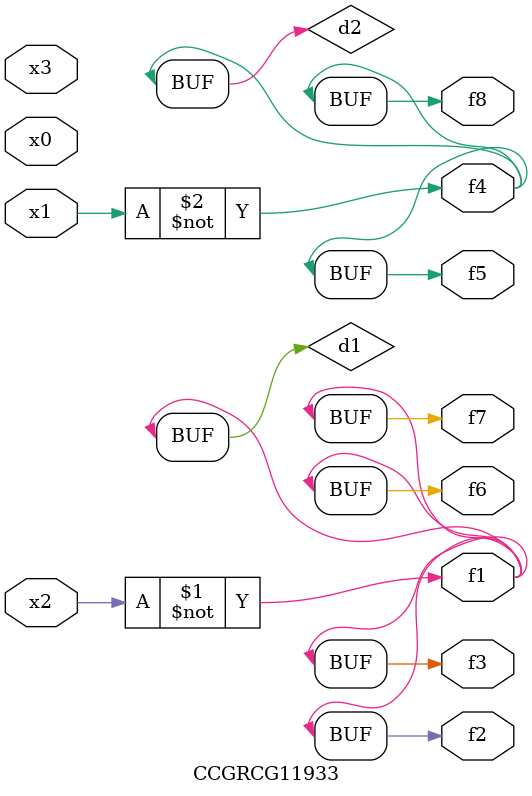
<source format=v>
module CCGRCG11933(
	input x0, x1, x2, x3,
	output f1, f2, f3, f4, f5, f6, f7, f8
);

	wire d1, d2;

	xnor (d1, x2);
	not (d2, x1);
	assign f1 = d1;
	assign f2 = d1;
	assign f3 = d1;
	assign f4 = d2;
	assign f5 = d2;
	assign f6 = d1;
	assign f7 = d1;
	assign f8 = d2;
endmodule

</source>
